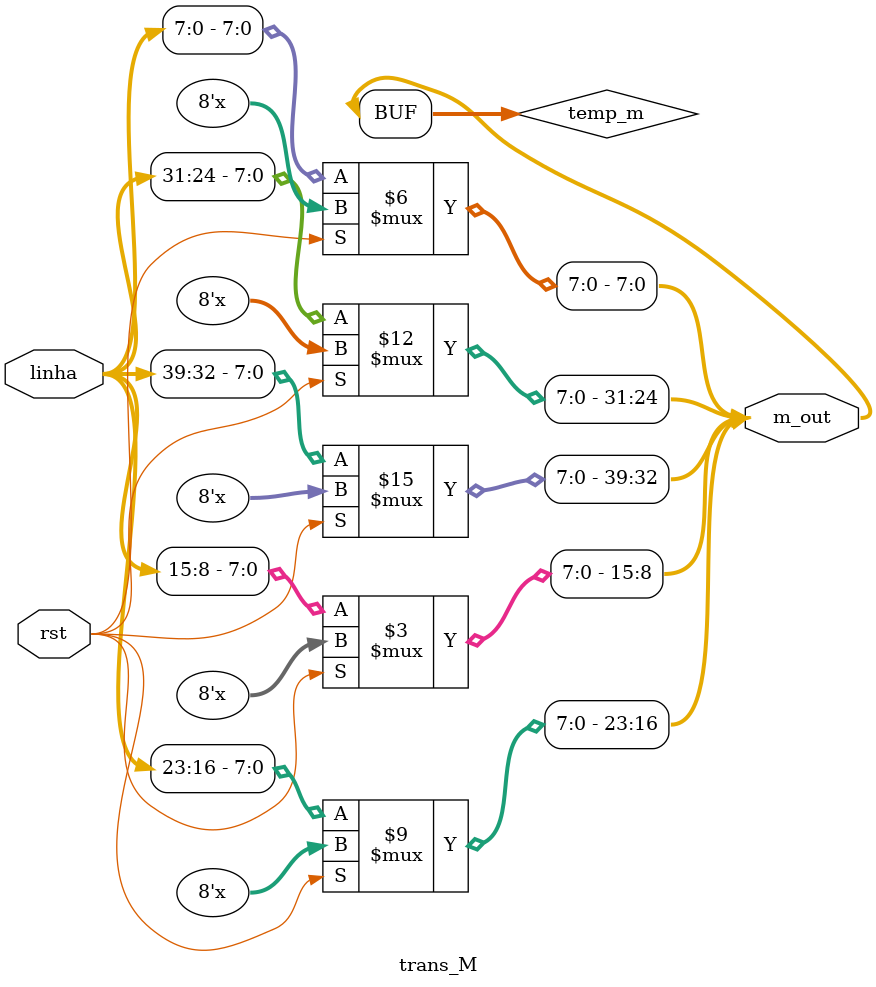
<source format=v>
module trans_M(input signed [39:0] linha,//linha da matriz
				 input rst, //sinal de reset
				 output reg signed [39:0] m_out); //coluna da matriz resultante
				 
		reg signed [39:0] temp_m;
				 
		always@(*) begin
			if(rst) begin
				m_out = 40'b0; //caso haja reset, zera a coluna matriz resultante
			end
			else begin
				temp_m[39:32] = linha[39:32]; //elemento 1 da linha 1 se torna elemento 1 da coluna 1
				temp_m[31:24] = linha[31:24]; //elemento 2 da linha 1 se torna elemento 2 da coluna 1
				temp_m[23:16] = linha[23:16]; //elemento 3 da linha 1 se torna elemento 3 da coluna 1
				temp_m[15:8] = linha[15:8];   //elemento 4 da linha 1 se torna elemento 4 da coluna 1
				temp_m[7:0] = linha[7:0];     //elemento 5 da linha 1 se torna elemento 5 da coluna 1
			end 
			
			m_out = temp_m;

		end
	
endmodule
</source>
